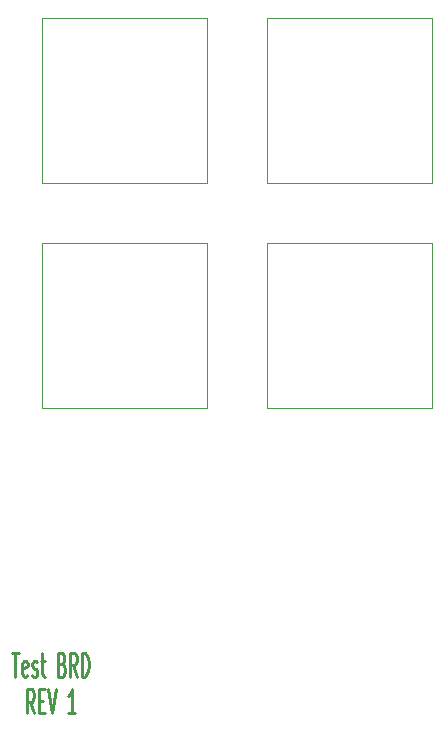
<source format=gbr>
G04 #@! TF.FileFunction,Other,ECO2*
%FSLAX46Y46*%
G04 Gerber Fmt 4.6, Leading zero omitted, Abs format (unit mm)*
G04 Created by KiCad (PCBNEW 4.0.2-stable) date Tuesday, August 23, 2016 'PMt' 01:57:14 PM*
%MOMM*%
G01*
G04 APERTURE LIST*
%ADD10C,0.020000*%
%ADD11C,0.250000*%
%ADD12C,0.100000*%
G04 APERTURE END LIST*
D10*
D11*
X205476885Y-199574638D02*
X206048314Y-199574638D01*
X205762599Y-201606638D02*
X205762599Y-199574638D01*
X206762600Y-201509876D02*
X206667362Y-201606638D01*
X206476885Y-201606638D01*
X206381647Y-201509876D01*
X206334028Y-201316352D01*
X206334028Y-200542257D01*
X206381647Y-200348733D01*
X206476885Y-200251971D01*
X206667362Y-200251971D01*
X206762600Y-200348733D01*
X206810219Y-200542257D01*
X206810219Y-200735781D01*
X206334028Y-200929305D01*
X207191171Y-201509876D02*
X207286409Y-201606638D01*
X207476885Y-201606638D01*
X207572124Y-201509876D01*
X207619743Y-201316352D01*
X207619743Y-201219590D01*
X207572124Y-201026067D01*
X207476885Y-200929305D01*
X207334028Y-200929305D01*
X207238790Y-200832543D01*
X207191171Y-200639019D01*
X207191171Y-200542257D01*
X207238790Y-200348733D01*
X207334028Y-200251971D01*
X207476885Y-200251971D01*
X207572124Y-200348733D01*
X207905457Y-200251971D02*
X208286409Y-200251971D01*
X208048314Y-199574638D02*
X208048314Y-201316352D01*
X208095933Y-201509876D01*
X208191171Y-201606638D01*
X208286409Y-201606638D01*
X209714982Y-200542257D02*
X209857839Y-200639019D01*
X209905458Y-200735781D01*
X209953077Y-200929305D01*
X209953077Y-201219590D01*
X209905458Y-201413114D01*
X209857839Y-201509876D01*
X209762601Y-201606638D01*
X209381648Y-201606638D01*
X209381648Y-199574638D01*
X209714982Y-199574638D01*
X209810220Y-199671400D01*
X209857839Y-199768162D01*
X209905458Y-199961686D01*
X209905458Y-200155210D01*
X209857839Y-200348733D01*
X209810220Y-200445495D01*
X209714982Y-200542257D01*
X209381648Y-200542257D01*
X210953077Y-201606638D02*
X210619743Y-200639019D01*
X210381648Y-201606638D02*
X210381648Y-199574638D01*
X210762601Y-199574638D01*
X210857839Y-199671400D01*
X210905458Y-199768162D01*
X210953077Y-199961686D01*
X210953077Y-200251971D01*
X210905458Y-200445495D01*
X210857839Y-200542257D01*
X210762601Y-200639019D01*
X210381648Y-200639019D01*
X211381648Y-201606638D02*
X211381648Y-199574638D01*
X211619743Y-199574638D01*
X211762601Y-199671400D01*
X211857839Y-199864924D01*
X211905458Y-200058448D01*
X211953077Y-200445495D01*
X211953077Y-200735781D01*
X211905458Y-201122829D01*
X211857839Y-201316352D01*
X211762601Y-201509876D01*
X211619743Y-201606638D01*
X211381648Y-201606638D01*
X207334029Y-204701438D02*
X207000695Y-203733819D01*
X206762600Y-204701438D02*
X206762600Y-202669438D01*
X207143553Y-202669438D01*
X207238791Y-202766200D01*
X207286410Y-202862962D01*
X207334029Y-203056486D01*
X207334029Y-203346771D01*
X207286410Y-203540295D01*
X207238791Y-203637057D01*
X207143553Y-203733819D01*
X206762600Y-203733819D01*
X207762600Y-203637057D02*
X208095934Y-203637057D01*
X208238791Y-204701438D02*
X207762600Y-204701438D01*
X207762600Y-202669438D01*
X208238791Y-202669438D01*
X208524505Y-202669438D02*
X208857838Y-204701438D01*
X209191172Y-202669438D01*
X210810220Y-204701438D02*
X210238791Y-204701438D01*
X210524505Y-204701438D02*
X210524505Y-202669438D01*
X210429267Y-202959724D01*
X210334029Y-203153248D01*
X210238791Y-203250010D01*
D12*
X227027300Y-159834300D02*
X227027300Y-145833400D01*
X241028000Y-159834300D02*
X227027300Y-159834300D01*
X241028000Y-145833400D02*
X241028000Y-159834300D01*
X227027300Y-145833400D02*
X241028000Y-145833400D01*
X207977270Y-159834300D02*
X207977270Y-145833400D01*
X221978200Y-159834300D02*
X207977270Y-159834300D01*
X221978200Y-145833400D02*
X221978200Y-159834300D01*
X207977270Y-145833400D02*
X221978200Y-145833400D01*
X227027300Y-178884320D02*
X227027300Y-164883500D01*
X241028000Y-178884320D02*
X227027300Y-178884320D01*
X241028000Y-164883500D02*
X241028000Y-178884320D01*
X227027300Y-164883500D02*
X241028000Y-164883500D01*
X207977270Y-178884320D02*
X207977270Y-164883500D01*
X221978200Y-178884320D02*
X207977270Y-178884320D01*
X221978200Y-164883500D02*
X221978200Y-178884320D01*
X207977270Y-164883500D02*
X221978200Y-164883500D01*
M02*

</source>
